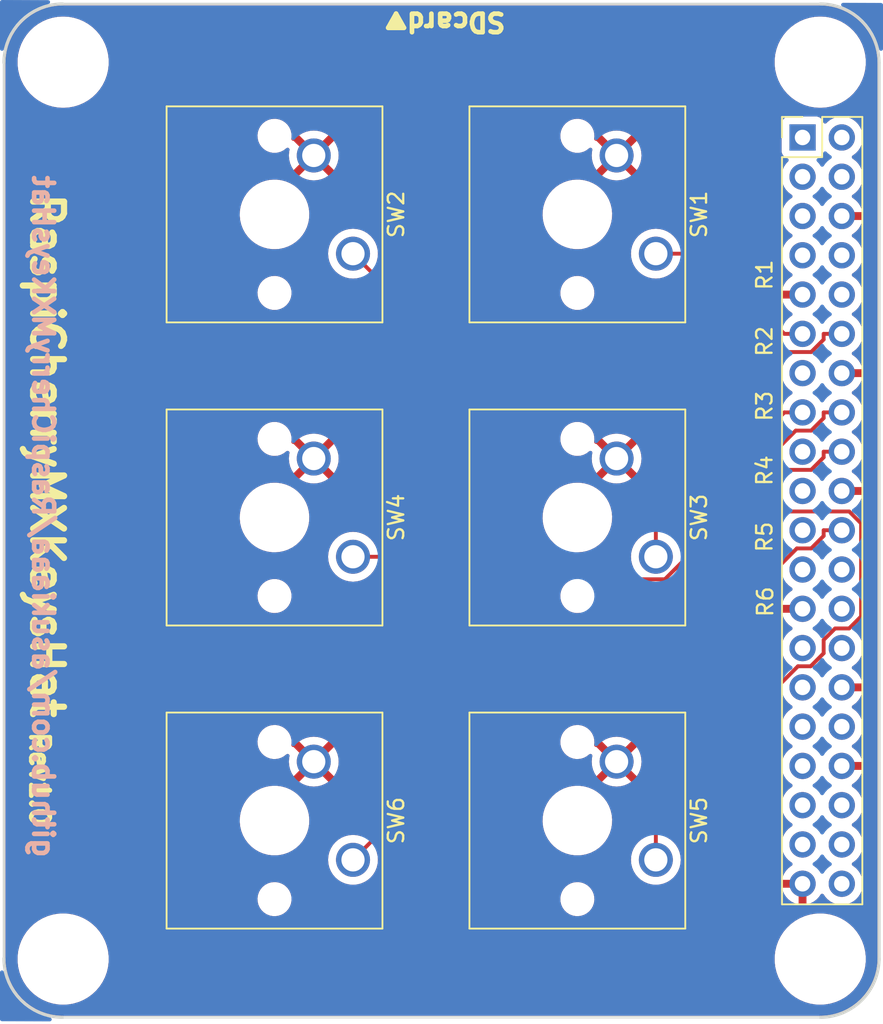
<source format=kicad_pcb>
(kicad_pcb (version 20221018) (generator pcbnew)
  (layers (0 "F.Cu" signal) (31 "B.Cu" signal) (34 "B.Paste" user) (35 "F.Paste" user) (36 "B.SilkS" user "B.Silkscreen") (37 "F.SilkS" user "F.Silkscreen") (38 "B.Mask" user) (39 "F.Mask" user) (44 "Edge.Cuts" user))
  (net 0 "")
  (net 1 "GND")
  (net 2 "GPIO17(GEN0)")
  (net 3 "GPIO22(GEN3)")
  (net 4 "GPIO25(GEN6)")
  (net 5 "GPIO24(GEN5)")
  (net 6 "GPIO23(GEN4)")
  (net 7 "GPIO18(GEN1)")
  (net 8 "Net-(J1-Pad1)")
  (net 9 "Net-(J1-Pad2)")
  (net 10 "Net-(J1-Pad3)")
  (net 11 "Net-(J1-Pad4)")
  (net 12 "Net-(J1-Pad5)")
  (net 13 "Net-(J1-Pad7)")
  (net 14 "Net-(J1-Pad8)")
  (net 15 "Net-(J1-Pad10)")
  (net 16 "Net-(J1-Pad13)")
  (net 17 "Net-(J1-Pad17)")
  (net 18 "Net-(J1-Pad19)")
  (net 19 "Net-(J1-Pad21)")
  (net 20 "Net-(J1-Pad23)")
  (net 21 "Net-(J1-Pad24)")
  (net 22 "Net-(J1-Pad26)")
  (net 23 "Net-(J1-Pad27)")
  (net 24 "Net-(J1-Pad28)")
  (net 25 "Net-(J1-Pad29)")
  (net 26 "Net-(J1-Pad31)")
  (net 27 "Net-(J1-Pad32)")
  (net 28 "Net-(J1-Pad33)")
  (net 29 "Net-(J1-Pad35)")
  (net 30 "Net-(J1-Pad36)")
  (net 31 "Net-(J1-Pad37)")
  (net 32 "Net-(J1-Pad38)")
  (net 33 "Net-(J1-Pad40)")
  (net 34 "Net-(R1-Pad1)")
  (net 35 "Net-(R2-Pad1)")
  (net 36 "Net-(R3-Pad1)")
  (net 37 "Net-(R4-Pad1)")
  (net 38 "Net-(R5-Pad1)")
  (net 39 "Net-(R6-Pad1)")
  (footprint "Footprints:LargeClearanceMountingHole_2.7mm" (layer "F.Cu") (at 125.095 71.33)
    (fp_text reference "REF2" hide)
    (fp_text value "MountingHole_2.7mm" hide)
    (pad "" np_thru_hole circle (at 0 0) (size 2.7 2.7) (drill 2.7) (layers "*.Cu" "*.Mask") (clearance 1.6))
  )
  (footprint "Footprints:LargeClearanceMountingHole_2.7mm" (layer "F.Cu") (at 76.095 71.33)
    (fp_text reference "REF1" hide)
    (fp_text value "MountingHole_2.7mm" hide)
    (pad "" np_thru_hole circle (at 0 0) (size 2.7 2.7) (drill 2.7) (layers "*.Cu" "*.Mask") (clearance 1.6))
  )
  (footprint "Footprints:LargeClearanceMountingHole_2.7mm" (layer "F.Cu") (at 76.095 129.33)
    (fp_text reference "REF4" hide)
    (fp_text value "MountingHole_2.7mm" hide)
    (pad "" np_thru_hole circle (at 0 0) (size 2.7 2.7) (drill 2.7) (layers "*.Cu" "*.Mask") (clearance 1.6))
  )
  (footprint "Footprints:LargeClearanceMountingHole_2.7mm" (layer "F.Cu") (at 125.095 129.33)
    (fp_text reference "REF3" hide)
    (fp_text value "MountingHole_2.7mm" hide)
    (pad "" np_thru_hole circle (at 0 0) (size 2.7 2.7) (drill 2.7) (layers "*.Cu" "*.Mask") (clearance 1.6))
  )
  (footprint "Resistor_SMD:R_0603_1608Metric_Pad0.99x1.00mm_HandSolder" (layer "F.Cu") (at 120.04 85.09 -90)
    (fp_text reference "R1" (at 0 -1.45 270) (layer "F.SilkS"))
    (fp_text value "R")
    (pad "1" smd rect (at -0.8875 0 270) (size 0.995 1) (layers "F.Cu" "F.Paste" "F.Mask") (net 34 "Net-(R1-Pad1)"))
    (pad "2" smd rect (at 0.8875 0 270) (size 0.995 1) (layers "F.Cu" "F.Paste" "F.Mask") (net 2 "GPIO17(GEN0)"))
  )
  (footprint "Resistor_SMD:R_0603_1608Metric_Pad0.99x1.00mm_HandSolder" (layer "F.Cu") (at 120.04 89.3841 -90)
    (fp_text reference "R2" (at 0 -1.45 270) (layer "F.SilkS"))
    (fp_text value "R")
    (pad "1" smd rect (at -0.8875 0 270) (size 0.995 1) (layers "F.Cu" "F.Paste" "F.Mask") (net 35 "Net-(R2-Pad1)"))
    (pad "2" smd rect (at 0.8875 0 270) (size 0.995 1) (layers "F.Cu" "F.Paste" "F.Mask") (net 7 "GPIO18(GEN1)"))
  )
  (footprint "Resistor_SMD:R_0603_1608Metric_Pad0.99x1.00mm_HandSolder" (layer "F.Cu") (at 120.04 93.5736 -90)
    (fp_text reference "R3" (at 0 -1.45 270) (layer "F.SilkS"))
    (fp_text value "R")
    (pad "1" smd rect (at -0.8875 0 270) (size 0.995 1) (layers "F.Cu" "F.Paste" "F.Mask") (net 36 "Net-(R3-Pad1)"))
    (pad "2" smd rect (at 0.8875 0 270) (size 0.995 1) (layers "F.Cu" "F.Paste" "F.Mask") (net 3 "GPIO22(GEN3)"))
  )
  (footprint "Resistor_SMD:R_0603_1608Metric_Pad0.99x1.00mm_HandSolder" (layer "F.Cu") (at 120.04 97.7392 -90)
    (fp_text reference "R4" (at 0 -1.45 270) (layer "F.SilkS"))
    (fp_text value "R")
    (pad "1" smd rect (at -0.8875 0 270) (size 0.995 1) (layers "F.Cu" "F.Paste" "F.Mask") (net 37 "Net-(R4-Pad1)"))
    (pad "2" smd rect (at 0.8875 0 270) (size 0.995 1) (layers "F.Cu" "F.Paste" "F.Mask") (net 6 "GPIO23(GEN4)"))
  )
  (footprint "Resistor_SMD:R_0603_1608Metric_Pad0.99x1.00mm_HandSolder" (layer "F.Cu") (at 120.04 102.033 -90)
    (fp_text reference "R5" (at 0 -1.45 270) (layer "F.SilkS"))
    (fp_text value "R")
    (pad "1" smd rect (at -0.8875 0 270) (size 0.995 1) (layers "F.Cu" "F.Paste" "F.Mask") (net 38 "Net-(R5-Pad1)"))
    (pad "2" smd rect (at 0.8875 0 270) (size 0.995 1) (layers "F.Cu" "F.Paste" "F.Mask") (net 5 "GPIO24(GEN5)"))
  )
  (footprint "Resistor_SMD:R_0603_1608Metric_Pad0.99x1.00mm_HandSolder" (layer "F.Cu") (at 120.091 106.223 -90)
    (fp_text reference "R6" (at 0 -1.45 270) (layer "F.SilkS"))
    (fp_text value "R")
    (pad "1" smd rect (at -0.8875 0 270) (size 0.995 1) (layers "F.Cu" "F.Paste" "F.Mask") (net 39 "Net-(R6-Pad1)"))
    (pad "2" smd rect (at 0.8875 0 270) (size 0.995 1) (layers "F.Cu" "F.Paste" "F.Mask") (net 4 "GPIO25(GEN6)"))
  )
  (footprint "Button_Switch_Keyboard:SW_Cherry_MX1A_1.00u_PCB" (layer "F.Cu") (at 114.457 83.714 -90)
    (fp_text reference "SW1" (at -2.54 -2.794 270) (layer "F.SilkS"))
    (fp_text value "SW_Push")
    (fp_line (start -9.525 -1.905) (end 4.445 -1.905) (stroke (width 0.12)) (layer "F.SilkS"))
    (fp_line (start -9.525 12.065) (end -9.525 -1.905) (stroke (width 0.12)) (layer "F.SilkS"))
    (fp_line (start 4.445 -1.905) (end 4.445 12.065) (stroke (width 0.12)) (layer "F.SilkS"))
    (fp_line (start 4.445 12.065) (end -9.525 12.065) (stroke (width 0.12)) (layer "F.SilkS"))
    (pad "" np_thru_hole circle (at -7.62 5.08 270) (size 1.7 1.7) (drill 1.7) (layers "*.Cu" "*.Mask"))
    (pad "" np_thru_hole circle (at -2.54 5.08 270) (size 4 4) (drill 4) (layers "*.Cu" "*.Mask"))
    (pad "" np_thru_hole circle (at 2.54 5.08 270) (size 1.7 1.7) (drill 1.7) (layers "*.Cu" "*.Mask"))
    (pad "1" thru_hole circle (at 0 0 270) (size 2.2 2.2) (drill 1.5) (layers "*.Cu" "*.Mask") (net 34 "Net-(R1-Pad1)"))
    (pad "2" thru_hole circle (at -6.35 2.54 270) (size 2.2 2.2) (drill 1.5) (layers "*.Cu" "*.Mask") (net 1 "GND"))
  )
  (footprint "Button_Switch_Keyboard:SW_Cherry_MX1A_1.00u_PCB" (layer "F.Cu") (at 94.8568 83.714 -90)
    (fp_text reference "SW2" (at -2.54 -2.794 270) (layer "F.SilkS"))
    (fp_text value "SW_Push")
    (fp_line (start -9.525 -1.905) (end 4.445 -1.905) (stroke (width 0.12)) (layer "F.SilkS"))
    (fp_line (start -9.525 12.065) (end -9.525 -1.905) (stroke (width 0.12)) (layer "F.SilkS"))
    (fp_line (start 4.445 -1.905) (end 4.445 12.065) (stroke (width 0.12)) (layer "F.SilkS"))
    (fp_line (start 4.445 12.065) (end -9.525 12.065) (stroke (width 0.12)) (layer "F.SilkS"))
    (pad "" np_thru_hole circle (at -7.62 5.08 270) (size 1.7 1.7) (drill 1.7) (layers "*.Cu" "*.Mask"))
    (pad "" np_thru_hole circle (at -2.54 5.08 270) (size 4 4) (drill 4) (layers "*.Cu" "*.Mask"))
    (pad "" np_thru_hole circle (at 2.54 5.08 270) (size 1.7 1.7) (drill 1.7) (layers "*.Cu" "*.Mask"))
    (pad "1" thru_hole circle (at 0 0 270) (size 2.2 2.2) (drill 1.5) (layers "*.Cu" "*.Mask") (net 35 "Net-(R2-Pad1)"))
    (pad "2" thru_hole circle (at -6.35 2.54 270) (size 2.2 2.2) (drill 1.5) (layers "*.Cu" "*.Mask") (net 1 "GND"))
  )
  (footprint "Button_Switch_Keyboard:SW_Cherry_MX1A_1.00u_PCB" (layer "F.Cu") (at 114.457 103.314 -90)
    (fp_text reference "SW3" (at -2.54 -2.794 270) (layer "F.SilkS"))
    (fp_text value "SW_Push")
    (fp_line (start -9.525 -1.905) (end 4.445 -1.905) (stroke (width 0.12)) (layer "F.SilkS"))
    (fp_line (start -9.525 12.065) (end -9.525 -1.905) (stroke (width 0.12)) (layer "F.SilkS"))
    (fp_line (start 4.445 -1.905) (end 4.445 12.065) (stroke (width 0.12)) (layer "F.SilkS"))
    (fp_line (start 4.445 12.065) (end -9.525 12.065) (stroke (width 0.12)) (layer "F.SilkS"))
    (pad "" np_thru_hole circle (at -7.62 5.08 270) (size 1.7 1.7) (drill 1.7) (layers "*.Cu" "*.Mask"))
    (pad "" np_thru_hole circle (at -2.54 5.08 270) (size 4 4) (drill 4) (layers "*.Cu" "*.Mask"))
    (pad "" np_thru_hole circle (at 2.54 5.08 270) (size 1.7 1.7) (drill 1.7) (layers "*.Cu" "*.Mask"))
    (pad "1" thru_hole circle (at 0 0 270) (size 2.2 2.2) (drill 1.5) (layers "*.Cu" "*.Mask") (net 36 "Net-(R3-Pad1)"))
    (pad "2" thru_hole circle (at -6.35 2.54 270) (size 2.2 2.2) (drill 1.5) (layers "*.Cu" "*.Mask") (net 1 "GND"))
  )
  (footprint "Button_Switch_Keyboard:SW_Cherry_MX1A_1.00u_PCB" (layer "F.Cu") (at 94.8568 103.314 -90)
    (fp_text reference "SW4" (at -2.54 -2.794 270) (layer "F.SilkS"))
    (fp_text value "SW_Push")
    (fp_line (start -9.525 -1.905) (end 4.445 -1.905) (stroke (width 0.12)) (layer "F.SilkS"))
    (fp_line (start -9.525 12.065) (end -9.525 -1.905) (stroke (width 0.12)) (layer "F.SilkS"))
    (fp_line (start 4.445 -1.905) (end 4.445 12.065) (stroke (width 0.12)) (layer "F.SilkS"))
    (fp_line (start 4.445 12.065) (end -9.525 12.065) (stroke (width 0.12)) (layer "F.SilkS"))
    (pad "" np_thru_hole circle (at -7.62 5.08 270) (size 1.7 1.7) (drill 1.7) (layers "*.Cu" "*.Mask"))
    (pad "" np_thru_hole circle (at -2.54 5.08 270) (size 4 4) (drill 4) (layers "*.Cu" "*.Mask"))
    (pad "" np_thru_hole circle (at 2.54 5.08 270) (size 1.7 1.7) (drill 1.7) (layers "*.Cu" "*.Mask"))
    (pad "1" thru_hole circle (at 0 0 270) (size 2.2 2.2) (drill 1.5) (layers "*.Cu" "*.Mask") (net 37 "Net-(R4-Pad1)"))
    (pad "2" thru_hole circle (at -6.35 2.54 270) (size 2.2 2.2) (drill 1.5) (layers "*.Cu" "*.Mask") (net 1 "GND"))
  )
  (footprint "Button_Switch_Keyboard:SW_Cherry_MX1A_1.00u_PCB" (layer "F.Cu") (at 114.457 122.914 -90)
    (fp_text reference "SW5" (at -2.54 -2.794 270) (layer "F.SilkS"))
    (fp_text value "SW_Push")
    (fp_line (start -9.525 -1.905) (end 4.445 -1.905) (stroke (width 0.12)) (layer "F.SilkS"))
    (fp_line (start -9.525 12.065) (end -9.525 -1.905) (stroke (width 0.12)) (layer "F.SilkS"))
    (fp_line (start 4.445 -1.905) (end 4.445 12.065) (stroke (width 0.12)) (layer "F.SilkS"))
    (fp_line (start 4.445 12.065) (end -9.525 12.065) (stroke (width 0.12)) (layer "F.SilkS"))
    (pad "" np_thru_hole circle (at -7.62 5.08 270) (size 1.7 1.7) (drill 1.7) (layers "*.Cu" "*.Mask"))
    (pad "" np_thru_hole circle (at -2.54 5.08 270) (size 4 4) (drill 4) (layers "*.Cu" "*.Mask"))
    (pad "" np_thru_hole circle (at 2.54 5.08 270) (size 1.7 1.7) (drill 1.7) (layers "*.Cu" "*.Mask"))
    (pad "1" thru_hole circle (at 0 0 270) (size 2.2 2.2) (drill 1.5) (layers "*.Cu" "*.Mask") (net 38 "Net-(R5-Pad1)"))
    (pad "2" thru_hole circle (at -6.35 2.54 270) (size 2.2 2.2) (drill 1.5) (layers "*.Cu" "*.Mask") (net 1 "GND"))
  )
  (footprint "Button_Switch_Keyboard:SW_Cherry_MX1A_1.00u_PCB" (layer "F.Cu") (at 94.8568 122.914 -90)
    (fp_text reference "SW6" (at -2.54 -2.794 270) (layer "F.SilkS"))
    (fp_text value "SW_Push")
    (fp_line (start -9.525 -1.905) (end 4.445 -1.905) (stroke (width 0.12)) (layer "F.SilkS"))
    (fp_line (start -9.525 12.065) (end -9.525 -1.905) (stroke (width 0.12)) (layer "F.SilkS"))
    (fp_line (start 4.445 -1.905) (end 4.445 12.065) (stroke (width 0.12)) (layer "F.SilkS"))
    (fp_line (start 4.445 12.065) (end -9.525 12.065) (stroke (width 0.12)) (layer "F.SilkS"))
    (pad "" np_thru_hole circle (at -7.62 5.08 270) (size 1.7 1.7) (drill 1.7) (layers "*.Cu" "*.Mask"))
    (pad "" np_thru_hole circle (at -2.54 5.08 270) (size 4 4) (drill 4) (layers "*.Cu" "*.Mask"))
    (pad "" np_thru_hole circle (at 2.54 5.08 270) (size 1.7 1.7) (drill 1.7) (layers "*.Cu" "*.Mask"))
    (pad "1" thru_hole circle (at 0 0 270) (size 2.2 2.2) (drill 1.5) (layers "*.Cu" "*.Mask") (net 39 "Net-(R6-Pad1)"))
    (pad "2" thru_hole circle (at -6.35 2.54 270) (size 2.2 2.2) (drill 1.5) (layers "*.Cu" "*.Mask") (net 1 "GND"))
  )
  (footprint "Connector_PinHeader_2.54mm:PinHeader_2x20_P2.54mm_Vertical" (layer "F.Cu") (at 123.952 76.2)
    (fp_text reference "J1" hide)
    (fp_text value "Raspberry_Pi_2_3" hide)
    (fp_line (start -1.33 -1.33) (end 0 -1.33) (stroke (width 0.12)) (layer "F.SilkS"))
    (fp_line (start -1.33 0) (end -1.33 -1.33) (stroke (width 0.12)) (layer "F.SilkS"))
    (fp_line (start -1.33 1.27) (end -1.33 49.59) (stroke (width 0.12)) (layer "F.SilkS"))
    (fp_line (start -1.33 1.27) (end 1.27 1.27) (stroke (width 0.12)) (layer "F.SilkS"))
    (fp_line (start -1.33 49.59) (end 3.87 49.59) (stroke (width 0.12)) (layer "F.SilkS"))
    (fp_line (start 1.27 -1.33) (end 3.87 -1.33) (stroke (width 0.12)) (layer "F.SilkS"))
    (fp_line (start 1.27 1.27) (end 1.27 -1.33) (stroke (width 0.12)) (layer "F.SilkS"))
    (fp_line (start 3.87 -1.33) (end 3.87 49.59) (stroke (width 0.12)) (layer "F.SilkS"))
    (pad "1" thru_hole rect (at 0 0) (size 1.7 1.7) (drill 1) (layers "*.Cu" "*.Mask") (net 8 "Net-(J1-Pad1)"))
    (pad "2" thru_hole oval (at 2.54 0) (size 1.7 1.7) (drill 1) (layers "*.Cu" "*.Mask") (net 9 "Net-(J1-Pad2)"))
    (pad "3" thru_hole oval (at 0 2.54) (size 1.7 1.7) (drill 1) (layers "*.Cu" "*.Mask") (net 10 "Net-(J1-Pad3)"))
    (pad "4" thru_hole oval (at 2.54 2.54) (size 1.7 1.7) (drill 1) (layers "*.Cu" "*.Mask") (net 11 "Net-(J1-Pad4)"))
    (pad "5" thru_hole oval (at 0 5.08) (size 1.7 1.7) (drill 1) (layers "*.Cu" "*.Mask") (net 12 "Net-(J1-Pad5)"))
    (pad "6" thru_hole oval (at 2.54 5.08) (size 1.7 1.7) (drill 1) (layers "*.Cu" "*.Mask") (net 1 "GND"))
    (pad "7" thru_hole oval (at 0 7.62) (size 1.7 1.7) (drill 1) (layers "*.Cu" "*.Mask") (net 13 "Net-(J1-Pad7)"))
    (pad "8" thru_hole oval (at 2.54 7.62) (size 1.7 1.7) (drill 1) (layers "*.Cu" "*.Mask") (net 14 "Net-(J1-Pad8)"))
    (pad "9" thru_hole oval (at 0 10.16) (size 1.7 1.7) (drill 1) (layers "*.Cu" "*.Mask") (net 1 "GND"))
    (pad "10" thru_hole oval (at 2.54 10.16) (size 1.7 1.7) (drill 1) (layers "*.Cu" "*.Mask") (net 15 "Net-(J1-Pad10)"))
    (pad "11" thru_hole oval (at 0 12.7) (size 1.7 1.7) (drill 1) (layers "*.Cu" "*.Mask") (net 2 "GPIO17(GEN0)"))
    (pad "12" thru_hole oval (at 2.54 12.7) (size 1.7 1.7) (drill 1) (layers "*.Cu" "*.Mask") (net 7 "GPIO18(GEN1)"))
    (pad "13" thru_hole oval (at 0 15.24) (size 1.7 1.7) (drill 1) (layers "*.Cu" "*.Mask") (net 16 "Net-(J1-Pad13)"))
    (pad "14" thru_hole oval (at 2.54 15.24) (size 1.7 1.7) (drill 1) (layers "*.Cu" "*.Mask") (net 1 "GND"))
    (pad "15" thru_hole oval (at 0 17.78) (size 1.7 1.7) (drill 1) (layers "*.Cu" "*.Mask") (net 3 "GPIO22(GEN3)"))
    (pad "16" thru_hole oval (at 2.54 17.78) (size 1.7 1.7) (drill 1) (layers "*.Cu" "*.Mask") (net 6 "GPIO23(GEN4)"))
    (pad "17" thru_hole oval (at 0 20.32) (size 1.7 1.7) (drill 1) (layers "*.Cu" "*.Mask") (net 17 "Net-(J1-Pad17)"))
    (pad "18" thru_hole oval (at 2.54 20.32) (size 1.7 1.7) (drill 1) (layers "*.Cu" "*.Mask") (net 5 "GPIO24(GEN5)"))
    (pad "19" thru_hole oval (at 0 22.86) (size 1.7 1.7) (drill 1) (layers "*.Cu" "*.Mask") (net 18 "Net-(J1-Pad19)"))
    (pad "20" thru_hole oval (at 2.54 22.86) (size 1.7 1.7) (drill 1) (layers "*.Cu" "*.Mask") (net 1 "GND"))
    (pad "21" thru_hole oval (at 0 25.4) (size 1.7 1.7) (drill 1) (layers "*.Cu" "*.Mask") (net 19 "Net-(J1-Pad21)"))
    (pad "22" thru_hole oval (at 2.54 25.4) (size 1.7 1.7) (drill 1) (layers "*.Cu" "*.Mask") (net 4 "GPIO25(GEN6)"))
    (pad "23" thru_hole oval (at 0 27.94) (size 1.7 1.7) (drill 1) (layers "*.Cu" "*.Mask") (net 20 "Net-(J1-Pad23)"))
    (pad "24" thru_hole oval (at 2.54 27.94) (size 1.7 1.7) (drill 1) (layers "*.Cu" "*.Mask") (net 21 "Net-(J1-Pad24)"))
    (pad "25" thru_hole oval (at 0 30.48) (size 1.7 1.7) (drill 1) (layers "*.Cu" "*.Mask") (net 1 "GND"))
    (pad "26" thru_hole oval (at 2.54 30.48) (size 1.7 1.7) (drill 1) (layers "*.Cu" "*.Mask") (net 22 "Net-(J1-Pad26)"))
    (pad "27" thru_hole oval (at 0 33.02) (size 1.7 1.7) (drill 1) (layers "*.Cu" "*.Mask") (net 23 "Net-(J1-Pad27)"))
    (pad "28" thru_hole oval (at 2.54 33.02) (size 1.7 1.7) (drill 1) (layers "*.Cu" "*.Mask") (net 24 "Net-(J1-Pad28)"))
    (pad "29" thru_hole oval (at 0 35.56) (size 1.7 1.7) (drill 1) (layers "*.Cu" "*.Mask") (net 25 "Net-(J1-Pad29)"))
    (pad "30" thru_hole oval (at 2.54 35.56) (size 1.7 1.7) (drill 1) (layers "*.Cu" "*.Mask") (net 1 "GND"))
    (pad "31" thru_hole oval (at 0 38.1) (size 1.7 1.7) (drill 1) (layers "*.Cu" "*.Mask") (net 26 "Net-(J1-Pad31)"))
    (pad "32" thru_hole oval (at 2.54 38.1) (size 1.7 1.7) (drill 1) (layers "*.Cu" "*.Mask") (net 27 "Net-(J1-Pad32)"))
    (pad "33" thru_hole oval (at 0 40.64) (size 1.7 1.7) (drill 1) (layers "*.Cu" "*.Mask") (net 28 "Net-(J1-Pad33)"))
    (pad "34" thru_hole oval (at 2.54 40.64) (size 1.7 1.7) (drill 1) (layers "*.Cu" "*.Mask") (net 1 "GND"))
    (pad "35" thru_hole oval (at 0 43.18) (size 1.7 1.7) (drill 1) (layers "*.Cu" "*.Mask") (net 29 "Net-(J1-Pad35)"))
    (pad "36" thru_hole oval (at 2.54 43.18) (size 1.7 1.7) (drill 1) (layers "*.Cu" "*.Mask") (net 30 "Net-(J1-Pad36)"))
    (pad "37" thru_hole oval (at 0 45.72) (size 1.7 1.7) (drill 1) (layers "*.Cu" "*.Mask") (net 31 "Net-(J1-Pad37)"))
    (pad "38" thru_hole oval (at 2.54 45.72) (size 1.7 1.7) (drill 1) (layers "*.Cu" "*.Mask") (net 32 "Net-(J1-Pad38)"))
    (pad "39" thru_hole oval (at 0 48.26) (size 1.7 1.7) (drill 1) (layers "*.Cu" "*.Mask") (net 1 "GND"))
    (pad "40" thru_hole oval (at 2.54 48.26) (size 1.7 1.7) (drill 1) (layers "*.Cu" "*.Mask") (net 33 "Net-(J1-Pad40)"))
  )
  (gr_arc (start 125.095 67.564) (mid 127.789077 68.679923) (end 128.905 71.374) (stroke (width 0.2)) (layer "Edge.Cuts"))
  (gr_arc (start 128.905 129.286) (mid 127.789077 131.980077) (end 125.095 133.096) (stroke (width 0.2)) (layer "Edge.Cuts"))
  (gr_line (start 125.095 67.564) (end 76.1365 67.564) (stroke (width 0.15)) (layer "Edge.Cuts"))
  (gr_line (start 72.263 71.374) (end 72.263 129.3495) (stroke (width 0.15)) (layer "Edge.Cuts"))
  (gr_line (start 128.905 71.374) (end 128.905 129.413) (stroke (width 0.2)) (layer "Edge.Cuts"))
  (gr_line (start 76.073 133.096) (end 125.1585 133.096) (stroke (width 0.15)) (layer "Edge.Cuts"))
  (gr_arc (start 72.263 71.374) (mid 73.378923 68.679923) (end 76.073 67.564) (stroke (width 0.2)) (layer "Edge.Cuts"))
  (gr_arc (start 76.073 133.096) (mid 73.378923 131.980077) (end 72.263 129.286) (stroke (width 0.2)) (layer "Edge.Cuts"))
  (gr_text "github.com/asukiaaa/RaspiCherryMXKeysHat" (at 74.803 100.711 270) (layer "B.SilkS") (effects (font (size 1.3 1.3) (thickness 0.3)) (justify mirror)))
  (gr_text "SDcard▼" (at 100.7872 68.7324 180) (layer "F.SilkS") (effects (font (size 1.2 1.2) (thickness 0.3))))
  (gr_text "RaspiCherryMXKeysHat" (at 75.057 96.774 270) (layer "F.SilkS") (effects (font (size 2 2) (thickness 0.4))))
  (gr_text "Rev1.0" (at 74.5744 117.7036 270) (layer "F.SilkS") (effects (font (size 1.2 1.2) (thickness 0.3))))
  (segment (start 123.952 88.9) (end 122.7767 88.9) (width 0.25) (layer "F.Cu") (net 2))
  (segment (start 120.04 85.9775) (end 120.04 86.8003) (width 0.25) (layer "F.Cu") (net 2))
  (segment (start 120.677 86.8003) (end 122.7767 88.9) (width 0.25) (layer "F.Cu") (net 2))
  (segment (start 120.04 86.8003) (end 120.677 86.8003) (width 0.25) (layer "F.Cu") (net 2))
  (segment (start 123.952 93.98) (end 122.7767 93.98) (width 0.25) (layer "F.Cu") (net 3))
  (segment (start 120.04 94.4611) (end 122.2956 94.4611) (width 0.25) (layer "F.Cu") (net 3))
  (segment (start 122.2956 94.4611) (end 122.7767 93.98) (width 0.25) (layer "F.Cu") (net 3))
  (segment (start 120.091 106.2877) (end 120.6052 106.2877) (width 0.25) (layer "F.Cu") (net 4))
  (segment (start 122.1939 104.1647) (end 123.5833 102.7753) (width 0.25) (layer "F.Cu") (net 4))
  (segment (start 124.5088 102.7753) (end 125.3167 101.9674) (width 0.25) (layer "F.Cu") (net 4))
  (segment (start 126.492 101.6) (end 125.3167 101.6) (width 0.25) (layer "F.Cu") (net 4))
  (segment (start 120.091 107.1105) (end 120.091 106.2877) (width 0.25) (layer "F.Cu") (net 4))
  (segment (start 120.6052 106.2877) (end 122.1939 104.699) (width 0.25) (layer "F.Cu") (net 4))
  (segment (start 122.1939 104.699) (end 122.1939 104.1647) (width 0.25) (layer "F.Cu") (net 4))
  (segment (start 125.3167 101.9674) (end 125.3167 101.6) (width 0.25) (layer "F.Cu") (net 4))
  (segment (start 123.5833 102.7753) (end 124.5088 102.7753) (width 0.25) (layer "F.Cu") (net 4))
  (segment (start 120.1914 100.3226) (end 122.8187 97.6953) (width 0.25) (layer "F.Cu") (net 5))
  (segment (start 126.492 96.52) (end 125.3167 96.52) (width 0.25) (layer "F.Cu") (net 5))
  (segment (start 120.04 102.9205) (end 120.04 102.0977) (width 0.25) (layer "F.Cu") (net 5))
  (segment (start 119.2146 101.7865) (end 119.2146 100.5008) (width 0.25) (layer "F.Cu") (net 5))
  (segment (start 124.5088 97.6953) (end 125.3167 96.8874) (width 0.25) (layer "F.Cu") (net 5))
  (segment (start 119.2146 100.5008) (end 119.3928 100.3226) (width 0.25) (layer "F.Cu") (net 5))
  (segment (start 119.5258 102.0977) (end 119.2146 101.7865) (width 0.25) (layer "F.Cu") (net 5))
  (segment (start 119.3928 100.3226) (end 120.1914 100.3226) (width 0.25) (layer "F.Cu") (net 5))
  (segment (start 120.04 102.0977) (end 119.5258 102.0977) (width 0.25) (layer "F.Cu") (net 5))
  (segment (start 122.8187 97.6953) (end 124.5088 97.6953) (width 0.25) (layer "F.Cu") (net 5))
  (segment (start 125.3167 96.8874) (end 125.3167 96.52) (width 0.25) (layer "F.Cu") (net 5))
  (segment (start 124.5088 95.1553) (end 125.3167 94.3474) (width 0.25) (layer "F.Cu") (net 6))
  (segment (start 120.04 98.6267) (end 123.5114 95.1553) (width 0.25) (layer "F.Cu") (net 6))
  (segment (start 123.5114 95.1553) (end 124.5088 95.1553) (width 0.25) (layer "F.Cu") (net 6))
  (segment (start 125.3167 94.3474) (end 125.3167 93.98) (width 0.25) (layer "F.Cu") (net 6))
  (segment (start 126.492 93.98) (end 125.3167 93.98) (width 0.25) (layer "F.Cu") (net 6))
  (segment (start 120.8653 90.2716) (end 121.0616 90.0753) (width 0.25) (layer "F.Cu") (net 7))
  (segment (start 125.3167 89.2674) (end 125.3167 88.9) (width 0.25) (layer "F.Cu") (net 7))
  (segment (start 121.0616 90.0753) (end 124.5088 90.0753) (width 0.25) (layer "F.Cu") (net 7))
  (segment (start 120.04 90.2716) (end 120.8653 90.2716) (width 0.25) (layer "F.Cu") (net 7))
  (segment (start 126.492 88.9) (end 125.3167 88.9) (width 0.25) (layer "F.Cu") (net 7))
  (segment (start 124.5088 90.0753) (end 125.3167 89.2674) (width 0.25) (layer "F.Cu") (net 7))
  (segment (start 120.04 84.2025) (end 119.2147 84.2025) (width 0.25) (layer "F.Cu") (net 34))
  (segment (start 114.457 83.714) (end 118.7262 83.714) (width 0.25) (layer "F.Cu") (net 34))
  (segment (start 118.7262 83.714) (end 119.2147 84.2025) (width 0.25) (layer "F.Cu") (net 34))
  (segment (start 94.8568 83.714) (end 99.6394 88.4966) (width 0.25) (layer "F.Cu") (net 35))
  (segment (start 99.6394 88.4966) (end 120.04 88.4966) (width 0.25) (layer "F.Cu") (net 35))
  (segment (start 120.04 92.6861) (end 120.04 93.5089) (width 0.25) (layer "F.Cu") (net 36))
  (segment (start 119.5258 93.5089) (end 120.04 93.5089) (width 0.25) (layer "F.Cu") (net 36))
  (segment (start 114.457 98.5777) (end 119.5258 93.5089) (width 0.25) (layer "F.Cu") (net 36))
  (segment (start 114.457 103.314) (end 114.457 98.5777) (width 0.25) (layer "F.Cu") (net 36))
  (segment (start 120.04 96.8517) (end 120.04 97.6745) (width 0.25) (layer "F.Cu") (net 37))
  (segment (start 119.5258 97.6745) (end 120.04 97.6745) (width 0.25) (layer "F.Cu") (net 37))
  (segment (start 94.8568 103.314) (end 108.4993 103.314) (width 0.25) (layer "F.Cu") (net 37))
  (segment (start 109.9552 104.7699) (end 115.0397 104.7699) (width 0.25) (layer "F.Cu") (net 37))
  (segment (start 108.4993 103.314) (end 109.9552 104.7699) (width 0.25) (layer "F.Cu") (net 37))
  (segment (start 117.6853 99.515) (end 119.5258 97.6745) (width 0.25) (layer "F.Cu") (net 37))
  (segment (start 117.6853 102.1243) (end 117.6853 99.515) (width 0.25) (layer "F.Cu") (net 37))
  (segment (start 115.0397 104.7699) (end 117.6853 102.1243) (width 0.25) (layer "F.Cu") (net 37))
  (segment (start 124.4776 110.3954) (end 125.3166 109.5564) (width 0.25) (layer "F.Cu") (net 38))
  (segment (start 114.457 119.5926) (end 123.6542 110.3954) (width 0.25) (layer "F.Cu") (net 38))
  (segment (start 127.74 101.1549) (end 126.9705 100.3854) (width 0.25) (layer "F.Cu") (net 38))
  (segment (start 125.3166 109.5564) (end 125.3166 108.6944) (width 0.25) (layer "F.Cu") (net 38))
  (segment (start 126.9647 107.95) (end 127.74 107.1747) (width 0.25) (layer "F.Cu") (net 38))
  (segment (start 123.6542 110.3954) (end 124.4776 110.3954) (width 0.25) (layer "F.Cu") (net 38))
  (segment (start 120.04 101.1455) (end 120.8653 101.1455) (width 0.25) (layer "F.Cu") (net 38))
  (segment (start 121.6254 100.3854) (end 120.8653 101.1455) (width 0.25) (layer "F.Cu") (net 38))
  (segment (start 127.74 107.1747) (end 127.74 101.1549) (width 0.25) (layer "F.Cu") (net 38))
  (segment (start 125.3166 108.6944) (end 126.061 107.95) (width 0.25) (layer "F.Cu") (net 38))
  (segment (start 126.061 107.95) (end 126.9647 107.95) (width 0.25) (layer "F.Cu") (net 38))
  (segment (start 126.9705 100.3854) (end 121.6254 100.3854) (width 0.25) (layer "F.Cu") (net 38))
  (segment (start 114.457 122.914) (end 114.457 119.5926) (width 0.25) (layer "F.Cu") (net 38))
  (segment (start 94.8568 122.914) (end 112.4353 105.3355) (width 0.25) (layer "F.Cu") (net 39))
  (segment (start 112.4353 105.3355) (end 120.091 105.3355) (width 0.25) (layer "F.Cu") (net 39))
  (zone (net 1) (net_name "GND") (layer "F.Cu") (connect_pads (clearance 0.508)) (min_thickness 0.254) (fill yes (thermal_gap 0.508) (thermal_bridge_width 0.508))
    (polygon (pts (xy 129.159 133.477) (xy 129.159 67.437) (xy 72.009 67.31) (xy 72.009 133.35)))
  )
  (zone (net 0) (net_name "") (layer "B.Cu") (connect_pads (clearance 0.508)) (min_thickness 0.254) (fill yes (thermal_gap 0.508) (thermal_bridge_width 0.508))
    (polygon (pts (xy 72.009 133.35) (xy 129.159 133.5405) (xy 129.159 67.5005) (xy 72.009 67.31)))
  )
)
</source>
